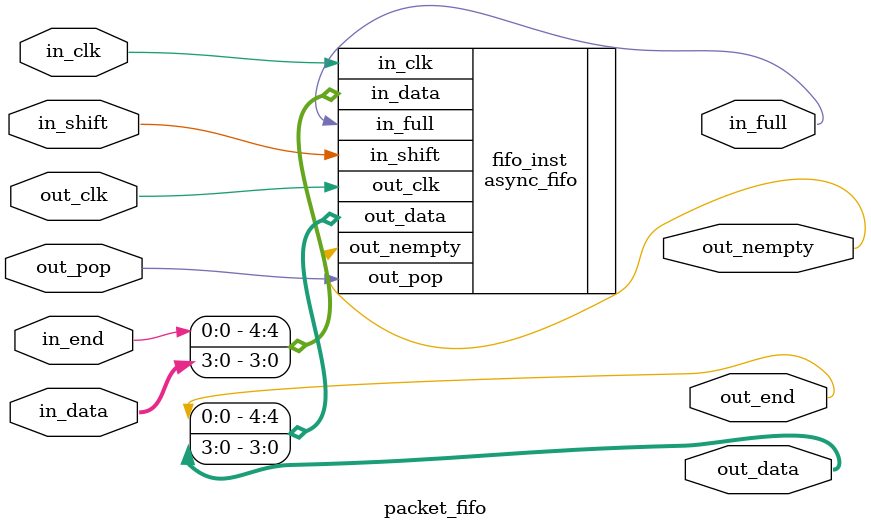
<source format=v>

`ifndef PACKET_FIFO_V
`define PACKET_FIFO_V

`include "async_fifo.v"

module packet_fifo #(
    parameter WORD_SIZE = 4,
    parameter FIFO_DEPTH = 8
) (
    input wire in_clk,
    output wire in_full,
    input wire in_shift,
    input wire [WORD_SIZE-1:0] in_data,
    input wire in_end,

    input wire out_clk,
    input wire out_pop,
    output wire out_nempty,
    output wire [WORD_SIZE-1:0] out_data,
    output wire out_end
);

    async_fifo #(
        .WIDTH(1 + WORD_SIZE),
        .DEPTH(FIFO_DEPTH)
    ) fifo_inst (
        .in_clk(in_clk),
        .in_shift(in_shift),
        .in_data({in_end, in_data}),
        .in_full(in_full),

        .out_clk(out_clk),
        .out_pop(out_pop),
        .out_data({out_end, out_data}),
        .out_nempty(out_nempty)
    );

endmodule

`endif
</source>
